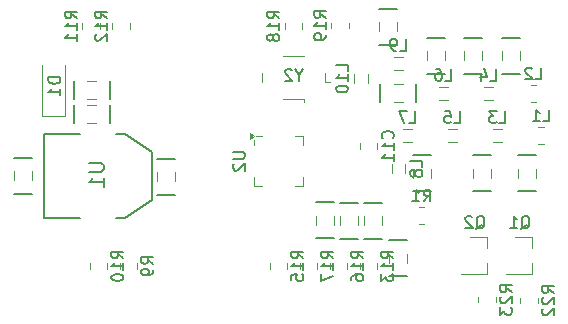
<source format=gbr>
%TF.GenerationSoftware,KiCad,Pcbnew,7.0.11+1*%
%TF.CreationDate,2024-07-12T23:58:32+00:00*%
%TF.ProjectId,ISM03,49534d30-332e-46b6-9963-61645f706362,rev?*%
%TF.SameCoordinates,Original*%
%TF.FileFunction,Legend,Bot*%
%TF.FilePolarity,Positive*%
%FSLAX46Y46*%
G04 Gerber Fmt 4.6, Leading zero omitted, Abs format (unit mm)*
G04 Created by KiCad (PCBNEW 7.0.11+1) date 2024-07-12 23:58:32*
%MOMM*%
%LPD*%
G01*
G04 APERTURE LIST*
%ADD10C,0.150000*%
%ADD11C,0.120000*%
G04 APERTURE END LIST*
D10*
X151991866Y-109924831D02*
X151515675Y-109591498D01*
X151991866Y-109353403D02*
X150991866Y-109353403D01*
X150991866Y-109353403D02*
X150991866Y-109734355D01*
X150991866Y-109734355D02*
X151039485Y-109829593D01*
X151039485Y-109829593D02*
X151087104Y-109877212D01*
X151087104Y-109877212D02*
X151182342Y-109924831D01*
X151182342Y-109924831D02*
X151325199Y-109924831D01*
X151325199Y-109924831D02*
X151420437Y-109877212D01*
X151420437Y-109877212D02*
X151468056Y-109829593D01*
X151468056Y-109829593D02*
X151515675Y-109734355D01*
X151515675Y-109734355D02*
X151515675Y-109353403D01*
X151991866Y-110877212D02*
X151991866Y-110305784D01*
X151991866Y-110591498D02*
X150991866Y-110591498D01*
X150991866Y-110591498D02*
X151134723Y-110496260D01*
X151134723Y-110496260D02*
X151229961Y-110401022D01*
X151229961Y-110401022D02*
X151277580Y-110305784D01*
X150991866Y-111781974D02*
X150991866Y-111305784D01*
X150991866Y-111305784D02*
X151468056Y-111258165D01*
X151468056Y-111258165D02*
X151420437Y-111305784D01*
X151420437Y-111305784D02*
X151372818Y-111401022D01*
X151372818Y-111401022D02*
X151372818Y-111639117D01*
X151372818Y-111639117D02*
X151420437Y-111734355D01*
X151420437Y-111734355D02*
X151468056Y-111781974D01*
X151468056Y-111781974D02*
X151563294Y-111829593D01*
X151563294Y-111829593D02*
X151801389Y-111829593D01*
X151801389Y-111829593D02*
X151896627Y-111781974D01*
X151896627Y-111781974D02*
X151944247Y-111734355D01*
X151944247Y-111734355D02*
X151991866Y-111639117D01*
X151991866Y-111639117D02*
X151991866Y-111401022D01*
X151991866Y-111401022D02*
X151944247Y-111305784D01*
X151944247Y-111305784D02*
X151896627Y-111258165D01*
X154531866Y-109924831D02*
X154055675Y-109591498D01*
X154531866Y-109353403D02*
X153531866Y-109353403D01*
X153531866Y-109353403D02*
X153531866Y-109734355D01*
X153531866Y-109734355D02*
X153579485Y-109829593D01*
X153579485Y-109829593D02*
X153627104Y-109877212D01*
X153627104Y-109877212D02*
X153722342Y-109924831D01*
X153722342Y-109924831D02*
X153865199Y-109924831D01*
X153865199Y-109924831D02*
X153960437Y-109877212D01*
X153960437Y-109877212D02*
X154008056Y-109829593D01*
X154008056Y-109829593D02*
X154055675Y-109734355D01*
X154055675Y-109734355D02*
X154055675Y-109353403D01*
X154531866Y-110877212D02*
X154531866Y-110305784D01*
X154531866Y-110591498D02*
X153531866Y-110591498D01*
X153531866Y-110591498D02*
X153674723Y-110496260D01*
X153674723Y-110496260D02*
X153769961Y-110401022D01*
X153769961Y-110401022D02*
X153817580Y-110305784D01*
X153531866Y-111210546D02*
X153531866Y-111877212D01*
X153531866Y-111877212D02*
X154531866Y-111448641D01*
X133829773Y-101853069D02*
X134857868Y-101853069D01*
X134857868Y-101853069D02*
X134978820Y-101913546D01*
X134978820Y-101913546D02*
X135039297Y-101974022D01*
X135039297Y-101974022D02*
X135099773Y-102094974D01*
X135099773Y-102094974D02*
X135099773Y-102336879D01*
X135099773Y-102336879D02*
X135039297Y-102457831D01*
X135039297Y-102457831D02*
X134978820Y-102518308D01*
X134978820Y-102518308D02*
X134857868Y-102578784D01*
X134857868Y-102578784D02*
X133829773Y-102578784D01*
X135099773Y-103848784D02*
X135099773Y-103123069D01*
X135099773Y-103485926D02*
X133829773Y-103485926D01*
X133829773Y-103485926D02*
X134011201Y-103364974D01*
X134011201Y-103364974D02*
X134132154Y-103244022D01*
X134132154Y-103244022D02*
X134192630Y-103123069D01*
X170429285Y-107434746D02*
X170524523Y-107387127D01*
X170524523Y-107387127D02*
X170619761Y-107291889D01*
X170619761Y-107291889D02*
X170762618Y-107149031D01*
X170762618Y-107149031D02*
X170857856Y-107101412D01*
X170857856Y-107101412D02*
X170953094Y-107101412D01*
X170905475Y-107339508D02*
X171000713Y-107291889D01*
X171000713Y-107291889D02*
X171095951Y-107196650D01*
X171095951Y-107196650D02*
X171143570Y-107006174D01*
X171143570Y-107006174D02*
X171143570Y-106672841D01*
X171143570Y-106672841D02*
X171095951Y-106482365D01*
X171095951Y-106482365D02*
X171000713Y-106387127D01*
X171000713Y-106387127D02*
X170905475Y-106339508D01*
X170905475Y-106339508D02*
X170714999Y-106339508D01*
X170714999Y-106339508D02*
X170619761Y-106387127D01*
X170619761Y-106387127D02*
X170524523Y-106482365D01*
X170524523Y-106482365D02*
X170476904Y-106672841D01*
X170476904Y-106672841D02*
X170476904Y-107006174D01*
X170476904Y-107006174D02*
X170524523Y-107196650D01*
X170524523Y-107196650D02*
X170619761Y-107291889D01*
X170619761Y-107291889D02*
X170714999Y-107339508D01*
X170714999Y-107339508D02*
X170905475Y-107339508D01*
X169524523Y-107339508D02*
X170095951Y-107339508D01*
X169810237Y-107339508D02*
X169810237Y-106339508D01*
X169810237Y-106339508D02*
X169905475Y-106482365D01*
X169905475Y-106482365D02*
X170000713Y-106577603D01*
X170000713Y-106577603D02*
X170095951Y-106625222D01*
X153898866Y-89541331D02*
X153422675Y-89207998D01*
X153898866Y-88969903D02*
X152898866Y-88969903D01*
X152898866Y-88969903D02*
X152898866Y-89350855D01*
X152898866Y-89350855D02*
X152946485Y-89446093D01*
X152946485Y-89446093D02*
X152994104Y-89493712D01*
X152994104Y-89493712D02*
X153089342Y-89541331D01*
X153089342Y-89541331D02*
X153232199Y-89541331D01*
X153232199Y-89541331D02*
X153327437Y-89493712D01*
X153327437Y-89493712D02*
X153375056Y-89446093D01*
X153375056Y-89446093D02*
X153422675Y-89350855D01*
X153422675Y-89350855D02*
X153422675Y-88969903D01*
X153898866Y-90493712D02*
X153898866Y-89922284D01*
X153898866Y-90207998D02*
X152898866Y-90207998D01*
X152898866Y-90207998D02*
X153041723Y-90112760D01*
X153041723Y-90112760D02*
X153136961Y-90017522D01*
X153136961Y-90017522D02*
X153184580Y-89922284D01*
X153898866Y-90969903D02*
X153898866Y-91160379D01*
X153898866Y-91160379D02*
X153851247Y-91255617D01*
X153851247Y-91255617D02*
X153803627Y-91303236D01*
X153803627Y-91303236D02*
X153660770Y-91398474D01*
X153660770Y-91398474D02*
X153470294Y-91446093D01*
X153470294Y-91446093D02*
X153089342Y-91446093D01*
X153089342Y-91446093D02*
X152994104Y-91398474D01*
X152994104Y-91398474D02*
X152946485Y-91350855D01*
X152946485Y-91350855D02*
X152898866Y-91255617D01*
X152898866Y-91255617D02*
X152898866Y-91065141D01*
X152898866Y-91065141D02*
X152946485Y-90969903D01*
X152946485Y-90969903D02*
X152994104Y-90922284D01*
X152994104Y-90922284D02*
X153089342Y-90874665D01*
X153089342Y-90874665D02*
X153327437Y-90874665D01*
X153327437Y-90874665D02*
X153422675Y-90922284D01*
X153422675Y-90922284D02*
X153470294Y-90969903D01*
X153470294Y-90969903D02*
X153517913Y-91065141D01*
X153517913Y-91065141D02*
X153517913Y-91255617D01*
X153517913Y-91255617D02*
X153470294Y-91350855D01*
X153470294Y-91350855D02*
X153422675Y-91398474D01*
X153422675Y-91398474D02*
X153327437Y-91446093D01*
X166619285Y-107434746D02*
X166714523Y-107387127D01*
X166714523Y-107387127D02*
X166809761Y-107291889D01*
X166809761Y-107291889D02*
X166952618Y-107149031D01*
X166952618Y-107149031D02*
X167047856Y-107101412D01*
X167047856Y-107101412D02*
X167143094Y-107101412D01*
X167095475Y-107339508D02*
X167190713Y-107291889D01*
X167190713Y-107291889D02*
X167285951Y-107196650D01*
X167285951Y-107196650D02*
X167333570Y-107006174D01*
X167333570Y-107006174D02*
X167333570Y-106672841D01*
X167333570Y-106672841D02*
X167285951Y-106482365D01*
X167285951Y-106482365D02*
X167190713Y-106387127D01*
X167190713Y-106387127D02*
X167095475Y-106339508D01*
X167095475Y-106339508D02*
X166904999Y-106339508D01*
X166904999Y-106339508D02*
X166809761Y-106387127D01*
X166809761Y-106387127D02*
X166714523Y-106482365D01*
X166714523Y-106482365D02*
X166666904Y-106672841D01*
X166666904Y-106672841D02*
X166666904Y-107006174D01*
X166666904Y-107006174D02*
X166714523Y-107196650D01*
X166714523Y-107196650D02*
X166809761Y-107291889D01*
X166809761Y-107291889D02*
X166904999Y-107339508D01*
X166904999Y-107339508D02*
X167095475Y-107339508D01*
X166285951Y-106434746D02*
X166238332Y-106387127D01*
X166238332Y-106387127D02*
X166143094Y-106339508D01*
X166143094Y-106339508D02*
X165904999Y-106339508D01*
X165904999Y-106339508D02*
X165809761Y-106387127D01*
X165809761Y-106387127D02*
X165762142Y-106434746D01*
X165762142Y-106434746D02*
X165714523Y-106529984D01*
X165714523Y-106529984D02*
X165714523Y-106625222D01*
X165714523Y-106625222D02*
X165762142Y-106768079D01*
X165762142Y-106768079D02*
X166333570Y-107339508D01*
X166333570Y-107339508D02*
X165714523Y-107339508D01*
X131418866Y-94589594D02*
X130418866Y-94589594D01*
X130418866Y-94589594D02*
X130418866Y-94827689D01*
X130418866Y-94827689D02*
X130466485Y-94970546D01*
X130466485Y-94970546D02*
X130561723Y-95065784D01*
X130561723Y-95065784D02*
X130656961Y-95113403D01*
X130656961Y-95113403D02*
X130847437Y-95161022D01*
X130847437Y-95161022D02*
X130990294Y-95161022D01*
X130990294Y-95161022D02*
X131180770Y-95113403D01*
X131180770Y-95113403D02*
X131276008Y-95065784D01*
X131276008Y-95065784D02*
X131371247Y-94970546D01*
X131371247Y-94970546D02*
X131418866Y-94827689D01*
X131418866Y-94827689D02*
X131418866Y-94589594D01*
X131418866Y-96113403D02*
X131418866Y-95541975D01*
X131418866Y-95827689D02*
X130418866Y-95827689D01*
X130418866Y-95827689D02*
X130561723Y-95732451D01*
X130561723Y-95732451D02*
X130656961Y-95637213D01*
X130656961Y-95637213D02*
X130704580Y-95541975D01*
X162051866Y-102146022D02*
X162051866Y-101669832D01*
X162051866Y-101669832D02*
X161051866Y-101669832D01*
X161480437Y-102622213D02*
X161432818Y-102526975D01*
X161432818Y-102526975D02*
X161385199Y-102479356D01*
X161385199Y-102479356D02*
X161289961Y-102431737D01*
X161289961Y-102431737D02*
X161242342Y-102431737D01*
X161242342Y-102431737D02*
X161147104Y-102479356D01*
X161147104Y-102479356D02*
X161099485Y-102526975D01*
X161099485Y-102526975D02*
X161051866Y-102622213D01*
X161051866Y-102622213D02*
X161051866Y-102812689D01*
X161051866Y-102812689D02*
X161099485Y-102907927D01*
X161099485Y-102907927D02*
X161147104Y-102955546D01*
X161147104Y-102955546D02*
X161242342Y-103003165D01*
X161242342Y-103003165D02*
X161289961Y-103003165D01*
X161289961Y-103003165D02*
X161385199Y-102955546D01*
X161385199Y-102955546D02*
X161432818Y-102907927D01*
X161432818Y-102907927D02*
X161480437Y-102812689D01*
X161480437Y-102812689D02*
X161480437Y-102622213D01*
X161480437Y-102622213D02*
X161528056Y-102526975D01*
X161528056Y-102526975D02*
X161575675Y-102479356D01*
X161575675Y-102479356D02*
X161670913Y-102431737D01*
X161670913Y-102431737D02*
X161861389Y-102431737D01*
X161861389Y-102431737D02*
X161956627Y-102479356D01*
X161956627Y-102479356D02*
X162004247Y-102526975D01*
X162004247Y-102526975D02*
X162051866Y-102622213D01*
X162051866Y-102622213D02*
X162051866Y-102812689D01*
X162051866Y-102812689D02*
X162004247Y-102907927D01*
X162004247Y-102907927D02*
X161956627Y-102955546D01*
X161956627Y-102955546D02*
X161861389Y-103003165D01*
X161861389Y-103003165D02*
X161670913Y-103003165D01*
X161670913Y-103003165D02*
X161575675Y-102955546D01*
X161575675Y-102955546D02*
X161528056Y-102907927D01*
X161528056Y-102907927D02*
X161480437Y-102812689D01*
X162182213Y-105104819D02*
X162515546Y-104628628D01*
X162753641Y-105104819D02*
X162753641Y-104104819D01*
X162753641Y-104104819D02*
X162372689Y-104104819D01*
X162372689Y-104104819D02*
X162277451Y-104152438D01*
X162277451Y-104152438D02*
X162229832Y-104200057D01*
X162229832Y-104200057D02*
X162182213Y-104295295D01*
X162182213Y-104295295D02*
X162182213Y-104438152D01*
X162182213Y-104438152D02*
X162229832Y-104533390D01*
X162229832Y-104533390D02*
X162277451Y-104581009D01*
X162277451Y-104581009D02*
X162372689Y-104628628D01*
X162372689Y-104628628D02*
X162753641Y-104628628D01*
X161229832Y-105104819D02*
X161801260Y-105104819D01*
X161515546Y-105104819D02*
X161515546Y-104104819D01*
X161515546Y-104104819D02*
X161610784Y-104247676D01*
X161610784Y-104247676D02*
X161706022Y-104342914D01*
X161706022Y-104342914D02*
X161801260Y-104390533D01*
X139291866Y-110401022D02*
X138815675Y-110067689D01*
X139291866Y-109829594D02*
X138291866Y-109829594D01*
X138291866Y-109829594D02*
X138291866Y-110210546D01*
X138291866Y-110210546D02*
X138339485Y-110305784D01*
X138339485Y-110305784D02*
X138387104Y-110353403D01*
X138387104Y-110353403D02*
X138482342Y-110401022D01*
X138482342Y-110401022D02*
X138625199Y-110401022D01*
X138625199Y-110401022D02*
X138720437Y-110353403D01*
X138720437Y-110353403D02*
X138768056Y-110305784D01*
X138768056Y-110305784D02*
X138815675Y-110210546D01*
X138815675Y-110210546D02*
X138815675Y-109829594D01*
X139291866Y-110877213D02*
X139291866Y-111067689D01*
X139291866Y-111067689D02*
X139244247Y-111162927D01*
X139244247Y-111162927D02*
X139196627Y-111210546D01*
X139196627Y-111210546D02*
X139053770Y-111305784D01*
X139053770Y-111305784D02*
X138863294Y-111353403D01*
X138863294Y-111353403D02*
X138482342Y-111353403D01*
X138482342Y-111353403D02*
X138387104Y-111305784D01*
X138387104Y-111305784D02*
X138339485Y-111258165D01*
X138339485Y-111258165D02*
X138291866Y-111162927D01*
X138291866Y-111162927D02*
X138291866Y-110972451D01*
X138291866Y-110972451D02*
X138339485Y-110877213D01*
X138339485Y-110877213D02*
X138387104Y-110829594D01*
X138387104Y-110829594D02*
X138482342Y-110781975D01*
X138482342Y-110781975D02*
X138720437Y-110781975D01*
X138720437Y-110781975D02*
X138815675Y-110829594D01*
X138815675Y-110829594D02*
X138863294Y-110877213D01*
X138863294Y-110877213D02*
X138910913Y-110972451D01*
X138910913Y-110972451D02*
X138910913Y-111162927D01*
X138910913Y-111162927D02*
X138863294Y-111258165D01*
X138863294Y-111258165D02*
X138815675Y-111305784D01*
X138815675Y-111305784D02*
X138720437Y-111353403D01*
X136751866Y-109924831D02*
X136275675Y-109591498D01*
X136751866Y-109353403D02*
X135751866Y-109353403D01*
X135751866Y-109353403D02*
X135751866Y-109734355D01*
X135751866Y-109734355D02*
X135799485Y-109829593D01*
X135799485Y-109829593D02*
X135847104Y-109877212D01*
X135847104Y-109877212D02*
X135942342Y-109924831D01*
X135942342Y-109924831D02*
X136085199Y-109924831D01*
X136085199Y-109924831D02*
X136180437Y-109877212D01*
X136180437Y-109877212D02*
X136228056Y-109829593D01*
X136228056Y-109829593D02*
X136275675Y-109734355D01*
X136275675Y-109734355D02*
X136275675Y-109353403D01*
X136751866Y-110877212D02*
X136751866Y-110305784D01*
X136751866Y-110591498D02*
X135751866Y-110591498D01*
X135751866Y-110591498D02*
X135894723Y-110496260D01*
X135894723Y-110496260D02*
X135989961Y-110401022D01*
X135989961Y-110401022D02*
X136037580Y-110305784D01*
X135751866Y-111496260D02*
X135751866Y-111591498D01*
X135751866Y-111591498D02*
X135799485Y-111686736D01*
X135799485Y-111686736D02*
X135847104Y-111734355D01*
X135847104Y-111734355D02*
X135942342Y-111781974D01*
X135942342Y-111781974D02*
X136132818Y-111829593D01*
X136132818Y-111829593D02*
X136370913Y-111829593D01*
X136370913Y-111829593D02*
X136561389Y-111781974D01*
X136561389Y-111781974D02*
X136656627Y-111734355D01*
X136656627Y-111734355D02*
X136704247Y-111686736D01*
X136704247Y-111686736D02*
X136751866Y-111591498D01*
X136751866Y-111591498D02*
X136751866Y-111496260D01*
X136751866Y-111496260D02*
X136704247Y-111401022D01*
X136704247Y-111401022D02*
X136656627Y-111353403D01*
X136656627Y-111353403D02*
X136561389Y-111305784D01*
X136561389Y-111305784D02*
X136370913Y-111258165D01*
X136370913Y-111258165D02*
X136132818Y-111258165D01*
X136132818Y-111258165D02*
X135942342Y-111305784D01*
X135942342Y-111305784D02*
X135847104Y-111353403D01*
X135847104Y-111353403D02*
X135799485Y-111401022D01*
X135799485Y-111401022D02*
X135751866Y-111496260D01*
X159611866Y-109924831D02*
X159135675Y-109591498D01*
X159611866Y-109353403D02*
X158611866Y-109353403D01*
X158611866Y-109353403D02*
X158611866Y-109734355D01*
X158611866Y-109734355D02*
X158659485Y-109829593D01*
X158659485Y-109829593D02*
X158707104Y-109877212D01*
X158707104Y-109877212D02*
X158802342Y-109924831D01*
X158802342Y-109924831D02*
X158945199Y-109924831D01*
X158945199Y-109924831D02*
X159040437Y-109877212D01*
X159040437Y-109877212D02*
X159088056Y-109829593D01*
X159088056Y-109829593D02*
X159135675Y-109734355D01*
X159135675Y-109734355D02*
X159135675Y-109353403D01*
X159611866Y-110877212D02*
X159611866Y-110305784D01*
X159611866Y-110591498D02*
X158611866Y-110591498D01*
X158611866Y-110591498D02*
X158754723Y-110496260D01*
X158754723Y-110496260D02*
X158849961Y-110401022D01*
X158849961Y-110401022D02*
X158897580Y-110305784D01*
X158611866Y-111210546D02*
X158611866Y-111829593D01*
X158611866Y-111829593D02*
X158992818Y-111496260D01*
X158992818Y-111496260D02*
X158992818Y-111639117D01*
X158992818Y-111639117D02*
X159040437Y-111734355D01*
X159040437Y-111734355D02*
X159088056Y-111781974D01*
X159088056Y-111781974D02*
X159183294Y-111829593D01*
X159183294Y-111829593D02*
X159421389Y-111829593D01*
X159421389Y-111829593D02*
X159516627Y-111781974D01*
X159516627Y-111781974D02*
X159564247Y-111734355D01*
X159564247Y-111734355D02*
X159611866Y-111639117D01*
X159611866Y-111639117D02*
X159611866Y-111353403D01*
X159611866Y-111353403D02*
X159564247Y-111258165D01*
X159564247Y-111258165D02*
X159516627Y-111210546D01*
X157071866Y-109924831D02*
X156595675Y-109591498D01*
X157071866Y-109353403D02*
X156071866Y-109353403D01*
X156071866Y-109353403D02*
X156071866Y-109734355D01*
X156071866Y-109734355D02*
X156119485Y-109829593D01*
X156119485Y-109829593D02*
X156167104Y-109877212D01*
X156167104Y-109877212D02*
X156262342Y-109924831D01*
X156262342Y-109924831D02*
X156405199Y-109924831D01*
X156405199Y-109924831D02*
X156500437Y-109877212D01*
X156500437Y-109877212D02*
X156548056Y-109829593D01*
X156548056Y-109829593D02*
X156595675Y-109734355D01*
X156595675Y-109734355D02*
X156595675Y-109353403D01*
X157071866Y-110877212D02*
X157071866Y-110305784D01*
X157071866Y-110591498D02*
X156071866Y-110591498D01*
X156071866Y-110591498D02*
X156214723Y-110496260D01*
X156214723Y-110496260D02*
X156309961Y-110401022D01*
X156309961Y-110401022D02*
X156357580Y-110305784D01*
X156071866Y-111734355D02*
X156071866Y-111543879D01*
X156071866Y-111543879D02*
X156119485Y-111448641D01*
X156119485Y-111448641D02*
X156167104Y-111401022D01*
X156167104Y-111401022D02*
X156309961Y-111305784D01*
X156309961Y-111305784D02*
X156500437Y-111258165D01*
X156500437Y-111258165D02*
X156881389Y-111258165D01*
X156881389Y-111258165D02*
X156976627Y-111305784D01*
X156976627Y-111305784D02*
X157024247Y-111353403D01*
X157024247Y-111353403D02*
X157071866Y-111448641D01*
X157071866Y-111448641D02*
X157071866Y-111639117D01*
X157071866Y-111639117D02*
X157024247Y-111734355D01*
X157024247Y-111734355D02*
X156976627Y-111781974D01*
X156976627Y-111781974D02*
X156881389Y-111829593D01*
X156881389Y-111829593D02*
X156643294Y-111829593D01*
X156643294Y-111829593D02*
X156548056Y-111781974D01*
X156548056Y-111781974D02*
X156500437Y-111734355D01*
X156500437Y-111734355D02*
X156452818Y-111639117D01*
X156452818Y-111639117D02*
X156452818Y-111448641D01*
X156452818Y-111448641D02*
X156500437Y-111353403D01*
X156500437Y-111353403D02*
X156548056Y-111305784D01*
X156548056Y-111305784D02*
X156643294Y-111258165D01*
X173200866Y-112845831D02*
X172724675Y-112512498D01*
X173200866Y-112274403D02*
X172200866Y-112274403D01*
X172200866Y-112274403D02*
X172200866Y-112655355D01*
X172200866Y-112655355D02*
X172248485Y-112750593D01*
X172248485Y-112750593D02*
X172296104Y-112798212D01*
X172296104Y-112798212D02*
X172391342Y-112845831D01*
X172391342Y-112845831D02*
X172534199Y-112845831D01*
X172534199Y-112845831D02*
X172629437Y-112798212D01*
X172629437Y-112798212D02*
X172677056Y-112750593D01*
X172677056Y-112750593D02*
X172724675Y-112655355D01*
X172724675Y-112655355D02*
X172724675Y-112274403D01*
X172296104Y-113226784D02*
X172248485Y-113274403D01*
X172248485Y-113274403D02*
X172200866Y-113369641D01*
X172200866Y-113369641D02*
X172200866Y-113607736D01*
X172200866Y-113607736D02*
X172248485Y-113702974D01*
X172248485Y-113702974D02*
X172296104Y-113750593D01*
X172296104Y-113750593D02*
X172391342Y-113798212D01*
X172391342Y-113798212D02*
X172486580Y-113798212D01*
X172486580Y-113798212D02*
X172629437Y-113750593D01*
X172629437Y-113750593D02*
X173200866Y-113179165D01*
X173200866Y-113179165D02*
X173200866Y-113798212D01*
X172296104Y-114179165D02*
X172248485Y-114226784D01*
X172248485Y-114226784D02*
X172200866Y-114322022D01*
X172200866Y-114322022D02*
X172200866Y-114560117D01*
X172200866Y-114560117D02*
X172248485Y-114655355D01*
X172248485Y-114655355D02*
X172296104Y-114702974D01*
X172296104Y-114702974D02*
X172391342Y-114750593D01*
X172391342Y-114750593D02*
X172486580Y-114750593D01*
X172486580Y-114750593D02*
X172629437Y-114702974D01*
X172629437Y-114702974D02*
X173200866Y-114131546D01*
X173200866Y-114131546D02*
X173200866Y-114750593D01*
X169644866Y-112782331D02*
X169168675Y-112448998D01*
X169644866Y-112210903D02*
X168644866Y-112210903D01*
X168644866Y-112210903D02*
X168644866Y-112591855D01*
X168644866Y-112591855D02*
X168692485Y-112687093D01*
X168692485Y-112687093D02*
X168740104Y-112734712D01*
X168740104Y-112734712D02*
X168835342Y-112782331D01*
X168835342Y-112782331D02*
X168978199Y-112782331D01*
X168978199Y-112782331D02*
X169073437Y-112734712D01*
X169073437Y-112734712D02*
X169121056Y-112687093D01*
X169121056Y-112687093D02*
X169168675Y-112591855D01*
X169168675Y-112591855D02*
X169168675Y-112210903D01*
X168740104Y-113163284D02*
X168692485Y-113210903D01*
X168692485Y-113210903D02*
X168644866Y-113306141D01*
X168644866Y-113306141D02*
X168644866Y-113544236D01*
X168644866Y-113544236D02*
X168692485Y-113639474D01*
X168692485Y-113639474D02*
X168740104Y-113687093D01*
X168740104Y-113687093D02*
X168835342Y-113734712D01*
X168835342Y-113734712D02*
X168930580Y-113734712D01*
X168930580Y-113734712D02*
X169073437Y-113687093D01*
X169073437Y-113687093D02*
X169644866Y-113115665D01*
X169644866Y-113115665D02*
X169644866Y-113734712D01*
X168644866Y-114068046D02*
X168644866Y-114687093D01*
X168644866Y-114687093D02*
X169025818Y-114353760D01*
X169025818Y-114353760D02*
X169025818Y-114496617D01*
X169025818Y-114496617D02*
X169073437Y-114591855D01*
X169073437Y-114591855D02*
X169121056Y-114639474D01*
X169121056Y-114639474D02*
X169216294Y-114687093D01*
X169216294Y-114687093D02*
X169454389Y-114687093D01*
X169454389Y-114687093D02*
X169549627Y-114639474D01*
X169549627Y-114639474D02*
X169597247Y-114591855D01*
X169597247Y-114591855D02*
X169644866Y-114496617D01*
X169644866Y-114496617D02*
X169644866Y-114210903D01*
X169644866Y-114210903D02*
X169597247Y-114115665D01*
X169597247Y-114115665D02*
X169549627Y-114068046D01*
X149961866Y-89604831D02*
X149485675Y-89271498D01*
X149961866Y-89033403D02*
X148961866Y-89033403D01*
X148961866Y-89033403D02*
X148961866Y-89414355D01*
X148961866Y-89414355D02*
X149009485Y-89509593D01*
X149009485Y-89509593D02*
X149057104Y-89557212D01*
X149057104Y-89557212D02*
X149152342Y-89604831D01*
X149152342Y-89604831D02*
X149295199Y-89604831D01*
X149295199Y-89604831D02*
X149390437Y-89557212D01*
X149390437Y-89557212D02*
X149438056Y-89509593D01*
X149438056Y-89509593D02*
X149485675Y-89414355D01*
X149485675Y-89414355D02*
X149485675Y-89033403D01*
X149961866Y-90557212D02*
X149961866Y-89985784D01*
X149961866Y-90271498D02*
X148961866Y-90271498D01*
X148961866Y-90271498D02*
X149104723Y-90176260D01*
X149104723Y-90176260D02*
X149199961Y-90081022D01*
X149199961Y-90081022D02*
X149247580Y-89985784D01*
X149390437Y-91128641D02*
X149342818Y-91033403D01*
X149342818Y-91033403D02*
X149295199Y-90985784D01*
X149295199Y-90985784D02*
X149199961Y-90938165D01*
X149199961Y-90938165D02*
X149152342Y-90938165D01*
X149152342Y-90938165D02*
X149057104Y-90985784D01*
X149057104Y-90985784D02*
X149009485Y-91033403D01*
X149009485Y-91033403D02*
X148961866Y-91128641D01*
X148961866Y-91128641D02*
X148961866Y-91319117D01*
X148961866Y-91319117D02*
X149009485Y-91414355D01*
X149009485Y-91414355D02*
X149057104Y-91461974D01*
X149057104Y-91461974D02*
X149152342Y-91509593D01*
X149152342Y-91509593D02*
X149199961Y-91509593D01*
X149199961Y-91509593D02*
X149295199Y-91461974D01*
X149295199Y-91461974D02*
X149342818Y-91414355D01*
X149342818Y-91414355D02*
X149390437Y-91319117D01*
X149390437Y-91319117D02*
X149390437Y-91128641D01*
X149390437Y-91128641D02*
X149438056Y-91033403D01*
X149438056Y-91033403D02*
X149485675Y-90985784D01*
X149485675Y-90985784D02*
X149580913Y-90938165D01*
X149580913Y-90938165D02*
X149771389Y-90938165D01*
X149771389Y-90938165D02*
X149866627Y-90985784D01*
X149866627Y-90985784D02*
X149914247Y-91033403D01*
X149914247Y-91033403D02*
X149961866Y-91128641D01*
X149961866Y-91128641D02*
X149961866Y-91319117D01*
X149961866Y-91319117D02*
X149914247Y-91414355D01*
X149914247Y-91414355D02*
X149866627Y-91461974D01*
X149866627Y-91461974D02*
X149771389Y-91509593D01*
X149771389Y-91509593D02*
X149580913Y-91509593D01*
X149580913Y-91509593D02*
X149485675Y-91461974D01*
X149485675Y-91461974D02*
X149438056Y-91414355D01*
X149438056Y-91414355D02*
X149390437Y-91319117D01*
X132816866Y-89604831D02*
X132340675Y-89271498D01*
X132816866Y-89033403D02*
X131816866Y-89033403D01*
X131816866Y-89033403D02*
X131816866Y-89414355D01*
X131816866Y-89414355D02*
X131864485Y-89509593D01*
X131864485Y-89509593D02*
X131912104Y-89557212D01*
X131912104Y-89557212D02*
X132007342Y-89604831D01*
X132007342Y-89604831D02*
X132150199Y-89604831D01*
X132150199Y-89604831D02*
X132245437Y-89557212D01*
X132245437Y-89557212D02*
X132293056Y-89509593D01*
X132293056Y-89509593D02*
X132340675Y-89414355D01*
X132340675Y-89414355D02*
X132340675Y-89033403D01*
X132816866Y-90557212D02*
X132816866Y-89985784D01*
X132816866Y-90271498D02*
X131816866Y-90271498D01*
X131816866Y-90271498D02*
X131959723Y-90176260D01*
X131959723Y-90176260D02*
X132054961Y-90081022D01*
X132054961Y-90081022D02*
X132102580Y-89985784D01*
X132816866Y-91509593D02*
X132816866Y-90938165D01*
X132816866Y-91223879D02*
X131816866Y-91223879D01*
X131816866Y-91223879D02*
X131959723Y-91128641D01*
X131959723Y-91128641D02*
X132054961Y-91033403D01*
X132054961Y-91033403D02*
X132102580Y-90938165D01*
X135356866Y-89604831D02*
X134880675Y-89271498D01*
X135356866Y-89033403D02*
X134356866Y-89033403D01*
X134356866Y-89033403D02*
X134356866Y-89414355D01*
X134356866Y-89414355D02*
X134404485Y-89509593D01*
X134404485Y-89509593D02*
X134452104Y-89557212D01*
X134452104Y-89557212D02*
X134547342Y-89604831D01*
X134547342Y-89604831D02*
X134690199Y-89604831D01*
X134690199Y-89604831D02*
X134785437Y-89557212D01*
X134785437Y-89557212D02*
X134833056Y-89509593D01*
X134833056Y-89509593D02*
X134880675Y-89414355D01*
X134880675Y-89414355D02*
X134880675Y-89033403D01*
X135356866Y-90557212D02*
X135356866Y-89985784D01*
X135356866Y-90271498D02*
X134356866Y-90271498D01*
X134356866Y-90271498D02*
X134499723Y-90176260D01*
X134499723Y-90176260D02*
X134594961Y-90081022D01*
X134594961Y-90081022D02*
X134642580Y-89985784D01*
X134452104Y-90938165D02*
X134404485Y-90985784D01*
X134404485Y-90985784D02*
X134356866Y-91081022D01*
X134356866Y-91081022D02*
X134356866Y-91319117D01*
X134356866Y-91319117D02*
X134404485Y-91414355D01*
X134404485Y-91414355D02*
X134452104Y-91461974D01*
X134452104Y-91461974D02*
X134547342Y-91509593D01*
X134547342Y-91509593D02*
X134642580Y-91509593D01*
X134642580Y-91509593D02*
X134785437Y-91461974D01*
X134785437Y-91461974D02*
X135356866Y-90890546D01*
X135356866Y-90890546D02*
X135356866Y-91509593D01*
X151633237Y-94417317D02*
X151633237Y-94893508D01*
X151966570Y-93893508D02*
X151633237Y-94417317D01*
X151633237Y-94417317D02*
X151299904Y-93893508D01*
X151014189Y-93988746D02*
X150966570Y-93941127D01*
X150966570Y-93941127D02*
X150871332Y-93893508D01*
X150871332Y-93893508D02*
X150633237Y-93893508D01*
X150633237Y-93893508D02*
X150537999Y-93941127D01*
X150537999Y-93941127D02*
X150490380Y-93988746D01*
X150490380Y-93988746D02*
X150442761Y-94083984D01*
X150442761Y-94083984D02*
X150442761Y-94179222D01*
X150442761Y-94179222D02*
X150490380Y-94322079D01*
X150490380Y-94322079D02*
X151061808Y-94893508D01*
X151061808Y-94893508D02*
X150442761Y-94893508D01*
X146041866Y-100915784D02*
X146851389Y-100915784D01*
X146851389Y-100915784D02*
X146946627Y-100963403D01*
X146946627Y-100963403D02*
X146994247Y-101011022D01*
X146994247Y-101011022D02*
X147041866Y-101106260D01*
X147041866Y-101106260D02*
X147041866Y-101296736D01*
X147041866Y-101296736D02*
X146994247Y-101391974D01*
X146994247Y-101391974D02*
X146946627Y-101439593D01*
X146946627Y-101439593D02*
X146851389Y-101487212D01*
X146851389Y-101487212D02*
X146041866Y-101487212D01*
X146137104Y-101915784D02*
X146089485Y-101963403D01*
X146089485Y-101963403D02*
X146041866Y-102058641D01*
X146041866Y-102058641D02*
X146041866Y-102296736D01*
X146041866Y-102296736D02*
X146089485Y-102391974D01*
X146089485Y-102391974D02*
X146137104Y-102439593D01*
X146137104Y-102439593D02*
X146232342Y-102487212D01*
X146232342Y-102487212D02*
X146327580Y-102487212D01*
X146327580Y-102487212D02*
X146470437Y-102439593D01*
X146470437Y-102439593D02*
X147041866Y-101868165D01*
X147041866Y-101868165D02*
X147041866Y-102487212D01*
X160975713Y-98448908D02*
X161451903Y-98448908D01*
X161451903Y-98448908D02*
X161451903Y-97448908D01*
X160737617Y-97448908D02*
X160070951Y-97448908D01*
X160070951Y-97448908D02*
X160499522Y-98448908D01*
X164023713Y-94867508D02*
X164499903Y-94867508D01*
X164499903Y-94867508D02*
X164499903Y-93867508D01*
X163261808Y-93867508D02*
X163452284Y-93867508D01*
X163452284Y-93867508D02*
X163547522Y-93915127D01*
X163547522Y-93915127D02*
X163595141Y-93962746D01*
X163595141Y-93962746D02*
X163690379Y-94105603D01*
X163690379Y-94105603D02*
X163737998Y-94296079D01*
X163737998Y-94296079D02*
X163737998Y-94677031D01*
X163737998Y-94677031D02*
X163690379Y-94772269D01*
X163690379Y-94772269D02*
X163642760Y-94819889D01*
X163642760Y-94819889D02*
X163547522Y-94867508D01*
X163547522Y-94867508D02*
X163357046Y-94867508D01*
X163357046Y-94867508D02*
X163261808Y-94819889D01*
X163261808Y-94819889D02*
X163214189Y-94772269D01*
X163214189Y-94772269D02*
X163166570Y-94677031D01*
X163166570Y-94677031D02*
X163166570Y-94438936D01*
X163166570Y-94438936D02*
X163214189Y-94343698D01*
X163214189Y-94343698D02*
X163261808Y-94296079D01*
X163261808Y-94296079D02*
X163357046Y-94248460D01*
X163357046Y-94248460D02*
X163547522Y-94248460D01*
X163547522Y-94248460D02*
X163642760Y-94296079D01*
X163642760Y-94296079D02*
X163690379Y-94343698D01*
X163690379Y-94343698D02*
X163737998Y-94438936D01*
X160213713Y-92327508D02*
X160689903Y-92327508D01*
X160689903Y-92327508D02*
X160689903Y-91327508D01*
X159832760Y-92327508D02*
X159642284Y-92327508D01*
X159642284Y-92327508D02*
X159547046Y-92279889D01*
X159547046Y-92279889D02*
X159499427Y-92232269D01*
X159499427Y-92232269D02*
X159404189Y-92089412D01*
X159404189Y-92089412D02*
X159356570Y-91898936D01*
X159356570Y-91898936D02*
X159356570Y-91517984D01*
X159356570Y-91517984D02*
X159404189Y-91422746D01*
X159404189Y-91422746D02*
X159451808Y-91375127D01*
X159451808Y-91375127D02*
X159547046Y-91327508D01*
X159547046Y-91327508D02*
X159737522Y-91327508D01*
X159737522Y-91327508D02*
X159832760Y-91375127D01*
X159832760Y-91375127D02*
X159880379Y-91422746D01*
X159880379Y-91422746D02*
X159927998Y-91517984D01*
X159927998Y-91517984D02*
X159927998Y-91756079D01*
X159927998Y-91756079D02*
X159880379Y-91851317D01*
X159880379Y-91851317D02*
X159832760Y-91898936D01*
X159832760Y-91898936D02*
X159737522Y-91946555D01*
X159737522Y-91946555D02*
X159547046Y-91946555D01*
X159547046Y-91946555D02*
X159451808Y-91898936D01*
X159451808Y-91898936D02*
X159404189Y-91851317D01*
X159404189Y-91851317D02*
X159356570Y-91756079D01*
X164785713Y-98448908D02*
X165261903Y-98448908D01*
X165261903Y-98448908D02*
X165261903Y-97448908D01*
X163976189Y-97448908D02*
X164452379Y-97448908D01*
X164452379Y-97448908D02*
X164499998Y-97925098D01*
X164499998Y-97925098D02*
X164452379Y-97877479D01*
X164452379Y-97877479D02*
X164357141Y-97829860D01*
X164357141Y-97829860D02*
X164119046Y-97829860D01*
X164119046Y-97829860D02*
X164023808Y-97877479D01*
X164023808Y-97877479D02*
X163976189Y-97925098D01*
X163976189Y-97925098D02*
X163928570Y-98020336D01*
X163928570Y-98020336D02*
X163928570Y-98258431D01*
X163928570Y-98258431D02*
X163976189Y-98353669D01*
X163976189Y-98353669D02*
X164023808Y-98401289D01*
X164023808Y-98401289D02*
X164119046Y-98448908D01*
X164119046Y-98448908D02*
X164357141Y-98448908D01*
X164357141Y-98448908D02*
X164452379Y-98401289D01*
X164452379Y-98401289D02*
X164499998Y-98353669D01*
X155776866Y-94049831D02*
X155776866Y-93573641D01*
X155776866Y-93573641D02*
X154776866Y-93573641D01*
X155776866Y-94906974D02*
X155776866Y-94335546D01*
X155776866Y-94621260D02*
X154776866Y-94621260D01*
X154776866Y-94621260D02*
X154919723Y-94526022D01*
X154919723Y-94526022D02*
X155014961Y-94430784D01*
X155014961Y-94430784D02*
X155062580Y-94335546D01*
X154776866Y-95526022D02*
X154776866Y-95621260D01*
X154776866Y-95621260D02*
X154824485Y-95716498D01*
X154824485Y-95716498D02*
X154872104Y-95764117D01*
X154872104Y-95764117D02*
X154967342Y-95811736D01*
X154967342Y-95811736D02*
X155157818Y-95859355D01*
X155157818Y-95859355D02*
X155395913Y-95859355D01*
X155395913Y-95859355D02*
X155586389Y-95811736D01*
X155586389Y-95811736D02*
X155681627Y-95764117D01*
X155681627Y-95764117D02*
X155729247Y-95716498D01*
X155729247Y-95716498D02*
X155776866Y-95621260D01*
X155776866Y-95621260D02*
X155776866Y-95526022D01*
X155776866Y-95526022D02*
X155729247Y-95430784D01*
X155729247Y-95430784D02*
X155681627Y-95383165D01*
X155681627Y-95383165D02*
X155586389Y-95335546D01*
X155586389Y-95335546D02*
X155395913Y-95287927D01*
X155395913Y-95287927D02*
X155157818Y-95287927D01*
X155157818Y-95287927D02*
X154967342Y-95335546D01*
X154967342Y-95335546D02*
X154872104Y-95383165D01*
X154872104Y-95383165D02*
X154824485Y-95430784D01*
X154824485Y-95430784D02*
X154776866Y-95526022D01*
X159546627Y-99764831D02*
X159594247Y-99717212D01*
X159594247Y-99717212D02*
X159641866Y-99574355D01*
X159641866Y-99574355D02*
X159641866Y-99479117D01*
X159641866Y-99479117D02*
X159594247Y-99336260D01*
X159594247Y-99336260D02*
X159499008Y-99241022D01*
X159499008Y-99241022D02*
X159403770Y-99193403D01*
X159403770Y-99193403D02*
X159213294Y-99145784D01*
X159213294Y-99145784D02*
X159070437Y-99145784D01*
X159070437Y-99145784D02*
X158879961Y-99193403D01*
X158879961Y-99193403D02*
X158784723Y-99241022D01*
X158784723Y-99241022D02*
X158689485Y-99336260D01*
X158689485Y-99336260D02*
X158641866Y-99479117D01*
X158641866Y-99479117D02*
X158641866Y-99574355D01*
X158641866Y-99574355D02*
X158689485Y-99717212D01*
X158689485Y-99717212D02*
X158737104Y-99764831D01*
X159641866Y-100717212D02*
X159641866Y-100145784D01*
X159641866Y-100431498D02*
X158641866Y-100431498D01*
X158641866Y-100431498D02*
X158784723Y-100336260D01*
X158784723Y-100336260D02*
X158879961Y-100241022D01*
X158879961Y-100241022D02*
X158927580Y-100145784D01*
X159641866Y-101669593D02*
X159641866Y-101098165D01*
X159641866Y-101383879D02*
X158641866Y-101383879D01*
X158641866Y-101383879D02*
X158784723Y-101288641D01*
X158784723Y-101288641D02*
X158879961Y-101193403D01*
X158879961Y-101193403D02*
X158927580Y-101098165D01*
X168595713Y-98448908D02*
X169071903Y-98448908D01*
X169071903Y-98448908D02*
X169071903Y-97448908D01*
X168357617Y-97448908D02*
X167738570Y-97448908D01*
X167738570Y-97448908D02*
X168071903Y-97829860D01*
X168071903Y-97829860D02*
X167929046Y-97829860D01*
X167929046Y-97829860D02*
X167833808Y-97877479D01*
X167833808Y-97877479D02*
X167786189Y-97925098D01*
X167786189Y-97925098D02*
X167738570Y-98020336D01*
X167738570Y-98020336D02*
X167738570Y-98258431D01*
X167738570Y-98258431D02*
X167786189Y-98353669D01*
X167786189Y-98353669D02*
X167833808Y-98401289D01*
X167833808Y-98401289D02*
X167929046Y-98448908D01*
X167929046Y-98448908D02*
X168214760Y-98448908D01*
X168214760Y-98448908D02*
X168309998Y-98401289D01*
X168309998Y-98401289D02*
X168357617Y-98353669D01*
X167833713Y-94867508D02*
X168309903Y-94867508D01*
X168309903Y-94867508D02*
X168309903Y-93867508D01*
X167071808Y-94200841D02*
X167071808Y-94867508D01*
X167309903Y-93819889D02*
X167547998Y-94534174D01*
X167547998Y-94534174D02*
X166928951Y-94534174D01*
X172278713Y-98323508D02*
X172754903Y-98323508D01*
X172754903Y-98323508D02*
X172754903Y-97323508D01*
X171421570Y-98323508D02*
X171992998Y-98323508D01*
X171707284Y-98323508D02*
X171707284Y-97323508D01*
X171707284Y-97323508D02*
X171802522Y-97466365D01*
X171802522Y-97466365D02*
X171897760Y-97561603D01*
X171897760Y-97561603D02*
X171992998Y-97609222D01*
X171643713Y-94767508D02*
X172119903Y-94767508D01*
X172119903Y-94767508D02*
X172119903Y-93767508D01*
X171357998Y-93862746D02*
X171310379Y-93815127D01*
X171310379Y-93815127D02*
X171215141Y-93767508D01*
X171215141Y-93767508D02*
X170977046Y-93767508D01*
X170977046Y-93767508D02*
X170881808Y-93815127D01*
X170881808Y-93815127D02*
X170834189Y-93862746D01*
X170834189Y-93862746D02*
X170786570Y-93957984D01*
X170786570Y-93957984D02*
X170786570Y-94053222D01*
X170786570Y-94053222D02*
X170834189Y-94196079D01*
X170834189Y-94196079D02*
X171405617Y-94767508D01*
X171405617Y-94767508D02*
X170786570Y-94767508D01*
D11*
%TO.C,R15*%
X149152047Y-110794753D02*
X149152047Y-110340625D01*
X150622047Y-110794753D02*
X150622047Y-110340625D01*
%TO.C,R17*%
X151692047Y-110794753D02*
X151692047Y-110340625D01*
X153162047Y-110794753D02*
X153162047Y-110340625D01*
D10*
%TO.C,U1*%
X130075047Y-106503689D02*
X130075047Y-99391689D01*
X133123047Y-106503689D02*
X130075047Y-106503689D01*
X136171047Y-106503689D02*
X136933047Y-106503689D01*
X136933047Y-106503689D02*
X139219047Y-104979689D01*
X139193647Y-104954289D02*
X139193647Y-100890289D01*
X139219047Y-100915689D02*
X136933047Y-99391689D01*
X130075047Y-99391689D02*
X133123047Y-99391689D01*
X136933047Y-99391689D02*
X136171047Y-99391689D01*
D11*
%TO.C,Q1*%
X171348047Y-108098689D02*
X169888047Y-108098689D01*
X171348047Y-108098689D02*
X171348047Y-109028689D01*
X171348047Y-111258689D02*
X169188047Y-111258689D01*
X171348047Y-111258689D02*
X171348047Y-110328689D01*
%TO.C,R19*%
X155829047Y-89957125D02*
X155829047Y-90411253D01*
X154359047Y-89957125D02*
X154359047Y-90411253D01*
%TO.C,Q2*%
X167538047Y-108098689D02*
X166078047Y-108098689D01*
X167538047Y-108098689D02*
X167538047Y-109028689D01*
X167538047Y-111258689D02*
X165378047Y-111258689D01*
X167538047Y-111258689D02*
X167538047Y-110328689D01*
D10*
%TO.C,C1*%
X132551547Y-96978689D02*
X132551547Y-98502689D01*
D11*
X133694547Y-96978689D02*
X134456547Y-96978689D01*
X133694547Y-98502689D02*
X134456547Y-98502689D01*
D10*
X135599547Y-98502689D02*
X135599547Y-96978689D01*
%TO.C,C3*%
X141124047Y-101487189D02*
X139600047Y-101487189D01*
D11*
X141124047Y-102630189D02*
X141124047Y-103392189D01*
X139600047Y-102630189D02*
X139600047Y-103392189D01*
D10*
X139600047Y-104535189D02*
X141124047Y-104535189D01*
%TO.C,C5*%
X129059047Y-101423689D02*
X127535047Y-101423689D01*
D11*
X129059047Y-102566689D02*
X129059047Y-103328689D01*
X127535047Y-102566689D02*
X127535047Y-103328689D01*
D10*
X127535047Y-104471689D02*
X129059047Y-104471689D01*
%TO.C,C15*%
X156618047Y-105233689D02*
X155094047Y-105233689D01*
D11*
X156618047Y-106376689D02*
X156618047Y-107138689D01*
X155094047Y-106376689D02*
X155094047Y-107138689D01*
D10*
X155094047Y-108281689D02*
X156618047Y-108281689D01*
D11*
%TO.C,D1*%
X129837047Y-97877689D02*
X129837047Y-93577689D01*
X131837047Y-97877689D02*
X129837047Y-97877689D01*
X131837047Y-93577689D02*
X131837047Y-97877689D01*
%TO.C,L8*%
X159487047Y-102712311D02*
X159487047Y-101913067D01*
X160607047Y-102712311D02*
X160607047Y-101913067D01*
%TO.C,R1*%
X162242611Y-107035000D02*
X161788483Y-107035000D01*
X162242611Y-105565000D02*
X161788483Y-105565000D01*
%TO.C,R9*%
X136452047Y-110794753D02*
X136452047Y-110340625D01*
X137922047Y-110794753D02*
X137922047Y-110340625D01*
%TO.C,R10*%
X133912047Y-110794753D02*
X133912047Y-110340625D01*
X135382047Y-110794753D02*
X135382047Y-110340625D01*
%TO.C,R13*%
X156772047Y-110794753D02*
X156772047Y-110340625D01*
X158242047Y-110794753D02*
X158242047Y-110340625D01*
%TO.C,R16*%
X154232047Y-110794753D02*
X154232047Y-110340625D01*
X155702047Y-110794753D02*
X155702047Y-110340625D01*
%TO.C,R22*%
X170361047Y-113715753D02*
X170361047Y-113261625D01*
X171831047Y-113715753D02*
X171831047Y-113261625D01*
%TO.C,R23*%
X166805047Y-113652253D02*
X166805047Y-113198125D01*
X168275047Y-113652253D02*
X168275047Y-113198125D01*
D10*
%TO.C,C20*%
X154586047Y-105170189D02*
X153062047Y-105170189D01*
D11*
X154586047Y-106313189D02*
X154586047Y-107075189D01*
X153062047Y-106313189D02*
X153062047Y-107075189D01*
D10*
X153062047Y-108218189D02*
X154586047Y-108218189D01*
%TO.C,C17*%
X158650047Y-105233689D02*
X157126047Y-105233689D01*
D11*
X158650047Y-106376689D02*
X158650047Y-107138689D01*
X157126047Y-106376689D02*
X157126047Y-107138689D01*
D10*
X157126047Y-108281689D02*
X158650047Y-108281689D01*
%TO.C,C2*%
X132551547Y-94946689D02*
X132551547Y-96470689D01*
D11*
X133694547Y-94946689D02*
X134456547Y-94946689D01*
X133694547Y-96470689D02*
X134456547Y-96470689D01*
D10*
X135599547Y-96470689D02*
X135599547Y-94946689D01*
D11*
%TO.C,R18*%
X151892047Y-90020625D02*
X151892047Y-90474753D01*
X150422047Y-90020625D02*
X150422047Y-90474753D01*
%TO.C,R11*%
X134747047Y-90020625D02*
X134747047Y-90474753D01*
X133277047Y-90020625D02*
X133277047Y-90474753D01*
%TO.C,R12*%
X137287047Y-90020625D02*
X137287047Y-90474753D01*
X135817047Y-90020625D02*
X135817047Y-90474753D01*
%TO.C,Y2*%
X154257047Y-95022689D02*
X153857047Y-95022689D01*
X153857047Y-95022689D02*
X153857047Y-94222689D01*
X152057047Y-96422689D02*
X152057047Y-96662689D01*
X152057047Y-92822689D02*
X150257047Y-92822689D01*
X150257047Y-96422689D02*
X152057047Y-96422689D01*
X148457047Y-94222689D02*
X148457047Y-95022689D01*
%TO.C,U2*%
X151997047Y-99567689D02*
X151272047Y-99567689D01*
X148502047Y-99567689D02*
X148017047Y-99567689D01*
X151997047Y-100292689D02*
X151997047Y-99567689D01*
X147777047Y-100292689D02*
X147777047Y-99867689D01*
X151997047Y-103062689D02*
X151997047Y-103787689D01*
X147777047Y-103062689D02*
X147777047Y-103787689D01*
X151997047Y-103787689D02*
X151272047Y-103787689D01*
X147777047Y-103787689D02*
X148502047Y-103787689D01*
X147777047Y-99567689D02*
X147447047Y-99807689D01*
X147447047Y-99327689D01*
X147777047Y-99567689D01*
G36*
X147777047Y-99567689D02*
G01*
X147447047Y-99807689D01*
X147447047Y-99327689D01*
X147777047Y-99567689D01*
G37*
%TO.C,L7*%
X161208669Y-100104089D02*
X160409425Y-100104089D01*
X161208669Y-98984089D02*
X160409425Y-98984089D01*
%TO.C,L6*%
X164256669Y-96522689D02*
X163457425Y-96522689D01*
X164256669Y-95402689D02*
X163457425Y-95402689D01*
%TO.C,L9*%
X160446669Y-93982689D02*
X159647425Y-93982689D01*
X160446669Y-92862689D02*
X159647425Y-92862689D01*
%TO.C,L5*%
X165018669Y-100104089D02*
X164219425Y-100104089D01*
X165018669Y-98984089D02*
X164219425Y-98984089D01*
%TO.C,L10*%
X157432047Y-94293067D02*
X157432047Y-95092311D01*
X156312047Y-94293067D02*
X156312047Y-95092311D01*
D10*
%TO.C,C7*%
X167921047Y-101195089D02*
X166397047Y-101195089D01*
D11*
X167921047Y-102338089D02*
X167921047Y-103100089D01*
X166397047Y-102338089D02*
X166397047Y-103100089D01*
D10*
X166397047Y-104243089D02*
X167921047Y-104243089D01*
%TO.C,C9*%
X162841047Y-101195089D02*
X161317047Y-101195089D01*
D11*
X162841047Y-102338089D02*
X162841047Y-103100089D01*
X161317047Y-102338089D02*
X161317047Y-103100089D01*
D10*
X161317047Y-104243089D02*
X162841047Y-104243089D01*
%TO.C,C13*%
X158396047Y-91835189D02*
X159920047Y-91835189D01*
D11*
X158396047Y-90692189D02*
X158396047Y-89930189D01*
X159920047Y-90692189D02*
X159920047Y-89930189D01*
D10*
X159920047Y-88787189D02*
X158396047Y-88787189D01*
%TO.C,C10*%
X162460047Y-94311689D02*
X163984047Y-94311689D01*
D11*
X162460047Y-93168689D02*
X162460047Y-92406689D01*
X163984047Y-93168689D02*
X163984047Y-92406689D01*
D10*
X163984047Y-91263689D02*
X162460047Y-91263689D01*
D11*
%TO.C,C11*%
X156772047Y-100668941D02*
X156772047Y-100146437D01*
X158242047Y-100668941D02*
X158242047Y-100146437D01*
D10*
%TO.C,C4*%
X171731047Y-101195089D02*
X170207047Y-101195089D01*
D11*
X171731047Y-102338089D02*
X171731047Y-103100089D01*
X170207047Y-102338089D02*
X170207047Y-103100089D01*
D10*
X170207047Y-104243089D02*
X171731047Y-104243089D01*
%TO.C,C12*%
X158523047Y-95200689D02*
X158523047Y-96724689D01*
D11*
X159666047Y-95200689D02*
X160428047Y-95200689D01*
X159666047Y-96724689D02*
X160428047Y-96724689D01*
D10*
X161571047Y-96724689D02*
X161571047Y-95200689D01*
%TO.C,C6*%
X168810047Y-94311689D02*
X170334047Y-94311689D01*
D11*
X168810047Y-93168689D02*
X168810047Y-92406689D01*
X170334047Y-93168689D02*
X170334047Y-92406689D01*
D10*
X170334047Y-91263689D02*
X168810047Y-91263689D01*
%TO.C,C8*%
X165635047Y-94311689D02*
X167159047Y-94311689D01*
D11*
X165635047Y-93168689D02*
X165635047Y-92406689D01*
X167159047Y-93168689D02*
X167159047Y-92406689D01*
D10*
X167159047Y-91263689D02*
X165635047Y-91263689D01*
D11*
%TO.C,L3*%
X168828669Y-100104089D02*
X168029425Y-100104089D01*
X168828669Y-98984089D02*
X168029425Y-98984089D01*
%TO.C,L4*%
X168066669Y-96522689D02*
X167267425Y-96522689D01*
X168066669Y-95402689D02*
X167267425Y-95402689D01*
%TO.C,L1*%
X172339111Y-100253689D02*
X171884983Y-100253689D01*
X172339111Y-98783689D02*
X171884983Y-98783689D01*
%TO.C,L2*%
X171704111Y-96697689D02*
X171249983Y-96697689D01*
X171704111Y-95227689D02*
X171249983Y-95227689D01*
D10*
%TO.C,C19*%
X160809047Y-108408689D02*
X159285047Y-108408689D01*
D11*
X160809047Y-109551689D02*
X160809047Y-110313689D01*
X159285047Y-109551689D02*
X159285047Y-110313689D01*
D10*
X159285047Y-111456689D02*
X160809047Y-111456689D01*
%TD*%
M02*

</source>
